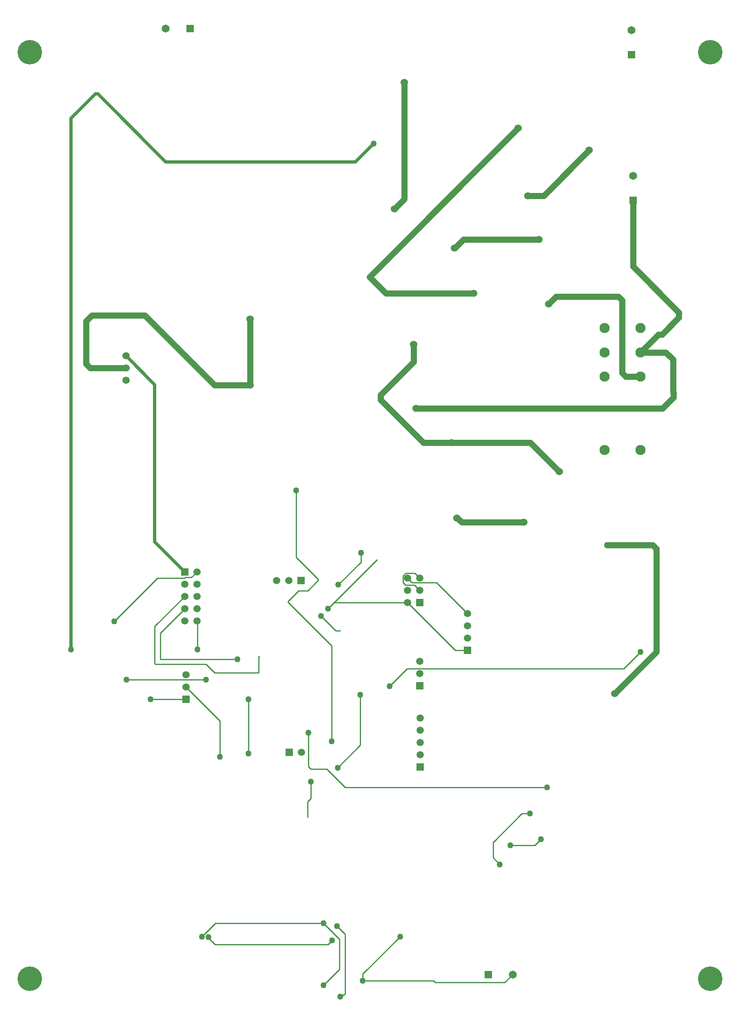
<source format=gbl>
G04*
G04 #@! TF.GenerationSoftware,Altium Limited,Altium Designer,23.2.1 (34)*
G04*
G04 Layer_Physical_Order=2*
G04 Layer_Color=16711680*
%FSLAX25Y25*%
%MOIN*%
G70*
G04*
G04 #@! TF.SameCoordinates,93AA6E6A-2443-478F-AA38-481D138D9A8A*
G04*
G04*
G04 #@! TF.FilePolarity,Positive*
G04*
G01*
G75*
%ADD17C,0.01000*%
%ADD61C,0.05000*%
%ADD62C,0.02500*%
%ADD63C,0.20000*%
%ADD64C,0.08268*%
%ADD65C,0.06496*%
%ADD66R,0.06496X0.06496*%
%ADD67C,0.05980*%
%ADD68R,0.06496X0.06496*%
%ADD69R,0.05906X0.05906*%
%ADD70C,0.05906*%
%ADD71R,0.05906X0.05906*%
%ADD72C,0.06000*%
%ADD73C,0.05000*%
D17*
X163512Y354488D02*
X168488D01*
X173000Y359000D01*
X163024Y354000D02*
X163512Y354488D01*
X105400Y318500D02*
X140900Y354000D01*
X163024D01*
X254000Y371000D02*
Y425500D01*
X272086Y352086D02*
Y352914D01*
X254000Y371000D02*
X272086Y352914D01*
X263707Y343707D02*
X272086Y352086D01*
X247414Y334086D02*
Y334914D01*
X256207Y343707D01*
X263707D01*
X247414Y334086D02*
X283000Y298500D01*
Y220500D02*
Y298500D01*
X521883Y279883D02*
X535500Y293500D01*
X344883Y279883D02*
X521883D01*
X330500Y265500D02*
X344883Y279883D01*
X308500Y30500D02*
X339000Y61000D01*
X308500Y25000D02*
Y30500D01*
Y25000D02*
X366291D01*
X367791Y23500D02*
X424500D01*
X366291Y25000D02*
X367791Y23500D01*
X424500D02*
X431000Y30000D01*
X293293Y13657D02*
X294000Y14364D01*
X292739Y13657D02*
X293293D01*
X291082Y12000D02*
X292739Y13657D01*
X294000Y14364D02*
Y63000D01*
X290000Y12000D02*
X291082D01*
X276500Y72000D02*
X289500Y59000D01*
X276400Y21300D02*
X289500Y34400D01*
Y59000D01*
X187600Y54500D02*
X280000D01*
X283500Y58000D01*
X287500Y69500D02*
X294000Y63000D01*
X182311Y59789D02*
X187600Y54500D01*
X188220Y72000D02*
X276500D01*
X177220Y61000D02*
X188220Y72000D01*
X182311Y59789D02*
Y60689D01*
X280000Y329000D02*
X285000Y334000D01*
X350900Y348100D02*
X355000Y344000D01*
X343500Y348100D02*
X350900D01*
X341400Y350200D02*
X343500Y348100D01*
X341400Y350200D02*
Y355800D01*
X343600Y358000D01*
X351000D01*
X355000Y354000D01*
X368800Y350200D02*
X394000Y325000D01*
X348800Y350200D02*
X368800D01*
X345000Y354000D02*
X348800Y350200D01*
X345000Y334000D02*
X384000Y295000D01*
X394000D01*
X215000Y210500D02*
Y255000D01*
X135000D02*
X164000D01*
X285000Y334000D02*
X345000D01*
X285000D02*
X320000Y369000D01*
X173500Y295500D02*
Y318500D01*
X173000Y319000D02*
X173500Y318500D01*
X288000Y199000D02*
X306500Y217500D01*
Y258500D01*
X263400Y158716D02*
Y171267D01*
X266000Y173867D01*
Y187500D01*
X288500Y348500D02*
X307000Y367000D01*
Y374500D01*
X274500Y323000D02*
X286500Y311000D01*
X290000D01*
X415000Y125500D02*
X420500Y120000D01*
X415000Y125500D02*
Y138000D01*
X438500Y161500D01*
X445000D01*
X429000Y135500D02*
X449000D01*
X454000Y140500D01*
X164000Y265000D02*
X191808Y237192D01*
Y207808D02*
Y237192D01*
X138500Y314500D02*
X163000Y339000D01*
X138500Y284086D02*
Y314500D01*
Y284086D02*
X139086Y283500D01*
X180500D01*
X187500Y276500D01*
X223500D01*
Y290000D01*
X224000Y289500D01*
X143000Y309000D02*
X163000Y329000D01*
X143000Y287500D02*
Y309000D01*
Y287500D02*
X206000D01*
X115500Y271000D02*
X180500D01*
X264000Y200000D02*
Y227500D01*
Y200000D02*
X266000Y198000D01*
X279000D01*
X294000Y183000D01*
X459000D01*
D61*
X508000Y381000D02*
X545571D01*
X548500Y293500D02*
Y378071D01*
X545571Y381000D02*
X548500Y378071D01*
X514500Y259500D02*
X548500Y293500D01*
X385500Y403000D02*
X385771D01*
X389271Y399500D02*
X440000D01*
X385771Y403000D02*
X389271Y399500D01*
X445500Y464500D02*
X469000Y441000D01*
X381000Y464500D02*
X445500D01*
X358000D02*
X381000D01*
X323071Y499429D02*
X358000Y464500D01*
X323071Y503571D02*
X350000Y530500D01*
X323071Y499429D02*
Y503571D01*
X350000Y530500D02*
Y545000D01*
X327521Y586500D02*
X399000D01*
X314000Y600021D02*
X327521Y586500D01*
X314000Y600021D02*
X435500Y721521D01*
X383771Y623563D02*
X390708Y630500D01*
X383500Y623563D02*
X383771D01*
X390708Y630500D02*
X452500D01*
X443374Y666374D02*
X456374D01*
X493500Y703500D01*
X85772Y525657D02*
X115000D01*
X82500Y528929D02*
X85772Y525657D01*
X82500Y528929D02*
Y564000D01*
X87000Y568500D02*
X130500D01*
X82500Y564000D02*
X87000Y568500D01*
X187500Y511500D02*
X216500D01*
X130500Y568500D02*
X187500Y511500D01*
X216500D02*
Y565500D01*
X342500Y663500D02*
Y759000D01*
X334500Y655500D02*
X342500Y663500D01*
X466500Y584000D02*
X517571D01*
X520500Y521429D02*
Y581071D01*
X517571Y584000D02*
X520500Y581071D01*
X460500Y578000D02*
X466500Y584000D01*
X523429Y518500D02*
X535500D01*
X520500Y521429D02*
X523429Y518500D01*
X556229Y538342D02*
X562000Y532571D01*
Y506000D02*
Y532571D01*
X535500Y538342D02*
X556229D01*
X562000Y506000D02*
X562429Y505571D01*
X553500Y492500D02*
X562429Y501429D01*
Y505571D01*
X352000Y492500D02*
X553500D01*
X535500Y538342D02*
X550106Y552948D01*
X552948D02*
X566929Y566929D01*
Y571071D01*
X529500Y608500D02*
X566929Y571071D01*
X550106Y552948D02*
X552948D01*
X529500Y608500D02*
Y662500D01*
D62*
X302500Y694000D02*
X317500Y709000D01*
X147500Y694000D02*
X302500D01*
X92036Y749465D02*
X147500Y694000D01*
X89964Y749465D02*
X92036D01*
X70000Y729500D02*
X89964Y749465D01*
X70000Y295500D02*
Y729500D01*
X138482Y383518D02*
X163000Y359000D01*
X138482Y383518D02*
Y512018D01*
X115000Y535500D02*
X138482Y512018D01*
D63*
X36500Y26500D02*
D03*
Y783500D02*
D03*
X592500Y26500D02*
D03*
Y783500D02*
D03*
D64*
X535500Y458421D02*
D03*
Y518500D02*
D03*
Y538342D02*
D03*
Y558185D02*
D03*
X505972D02*
D03*
Y538342D02*
D03*
Y518500D02*
D03*
Y458421D02*
D03*
D65*
X528000Y801500D02*
D03*
X529500Y682500D02*
D03*
X431000Y30000D02*
D03*
X147500Y803000D02*
D03*
D66*
X528000Y781500D02*
D03*
X529500Y662500D02*
D03*
D67*
X115000Y515421D02*
D03*
Y525657D02*
D03*
Y535500D02*
D03*
D68*
X411000Y30000D02*
D03*
X167500Y803000D02*
D03*
D69*
X163000Y359000D02*
D03*
X355000Y334000D02*
D03*
X355500Y199500D02*
D03*
X164000Y255000D02*
D03*
X394000Y295000D02*
D03*
X355000Y266000D02*
D03*
D70*
X173000Y359000D02*
D03*
X163000Y349000D02*
D03*
X173000D02*
D03*
X163000Y339000D02*
D03*
X173000D02*
D03*
X163000Y329000D02*
D03*
X173000D02*
D03*
X163000Y319000D02*
D03*
X173000D02*
D03*
X345000Y354000D02*
D03*
X355000D02*
D03*
X345000Y344000D02*
D03*
X355000D02*
D03*
X345000Y334000D02*
D03*
X238000Y352000D02*
D03*
X248000D02*
D03*
X355500Y209500D02*
D03*
Y219500D02*
D03*
Y229500D02*
D03*
Y239500D02*
D03*
X164000Y275000D02*
D03*
Y265000D02*
D03*
X394000Y305000D02*
D03*
Y315000D02*
D03*
Y325000D02*
D03*
X258500Y211500D02*
D03*
X355000Y286000D02*
D03*
Y276000D02*
D03*
D71*
X258000Y352000D02*
D03*
X248500Y211500D02*
D03*
D72*
X514500Y259500D02*
D03*
X469000Y441000D02*
D03*
X440000Y399500D02*
D03*
X385500Y403000D02*
D03*
X381000Y464500D02*
D03*
X350000Y545000D02*
D03*
X399000Y586500D02*
D03*
X435500Y721521D02*
D03*
X452500Y630500D02*
D03*
X383500Y623563D02*
D03*
X493500Y703500D02*
D03*
X443374Y666374D02*
D03*
X216500Y511500D02*
D03*
Y565500D02*
D03*
X334500Y655500D02*
D03*
X342500Y759000D02*
D03*
X460500Y578000D02*
D03*
X352000Y492500D02*
D03*
D73*
X508000Y381000D02*
D03*
X317500Y709000D02*
D03*
X70000Y295500D02*
D03*
X254000Y425500D02*
D03*
X283000Y220500D02*
D03*
X535500Y293500D02*
D03*
X330500Y265500D02*
D03*
X308500Y25000D02*
D03*
X339000Y61000D02*
D03*
X290000Y12000D02*
D03*
X283500Y58000D02*
D03*
X287500Y69500D02*
D03*
X276500Y72000D02*
D03*
X182311Y60689D02*
D03*
X105400Y318500D02*
D03*
X276400Y21300D02*
D03*
X177220Y61000D02*
D03*
X215000Y210500D02*
D03*
Y255000D02*
D03*
X135000D02*
D03*
X280000Y329000D02*
D03*
X173500Y295500D02*
D03*
X288000Y199000D02*
D03*
X306500Y258500D02*
D03*
X266000Y187500D02*
D03*
X288500Y348500D02*
D03*
X307000Y374500D02*
D03*
X274500Y323000D02*
D03*
X420500Y120000D02*
D03*
X445000Y161500D02*
D03*
X429000Y135500D02*
D03*
X454000Y140500D02*
D03*
X191808Y207808D02*
D03*
X206000Y287500D02*
D03*
X115500Y271000D02*
D03*
X180500D02*
D03*
X264000Y227500D02*
D03*
X459000Y183000D02*
D03*
M02*

</source>
